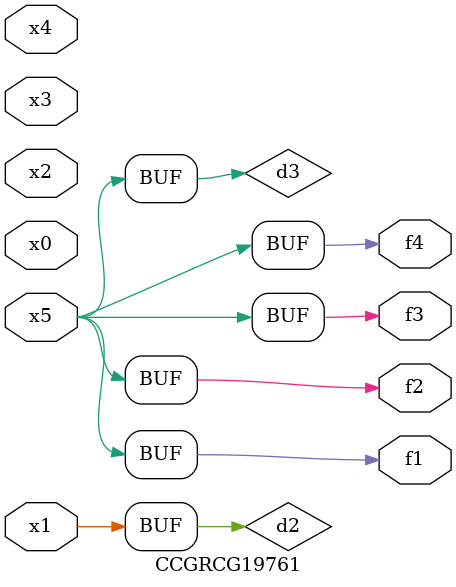
<source format=v>
module CCGRCG19761(
	input x0, x1, x2, x3, x4, x5,
	output f1, f2, f3, f4
);

	wire d1, d2, d3;

	not (d1, x5);
	or (d2, x1);
	xnor (d3, d1);
	assign f1 = d3;
	assign f2 = d3;
	assign f3 = d3;
	assign f4 = d3;
endmodule

</source>
